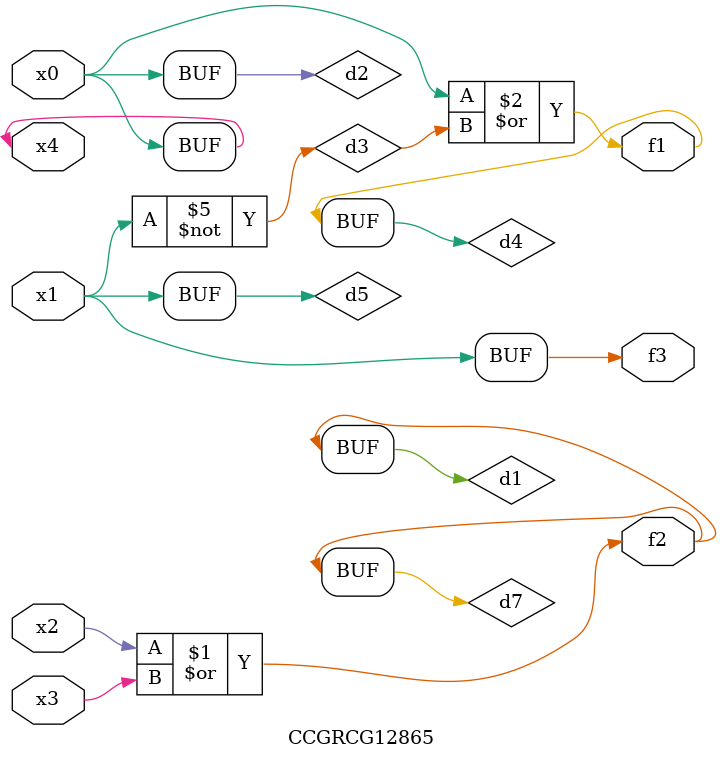
<source format=v>
module CCGRCG12865(
	input x0, x1, x2, x3, x4,
	output f1, f2, f3
);

	wire d1, d2, d3, d4, d5, d6, d7;

	or (d1, x2, x3);
	buf (d2, x0, x4);
	not (d3, x1);
	or (d4, d2, d3);
	not (d5, d3);
	nand (d6, d1, d3);
	or (d7, d1);
	assign f1 = d4;
	assign f2 = d7;
	assign f3 = d5;
endmodule

</source>
